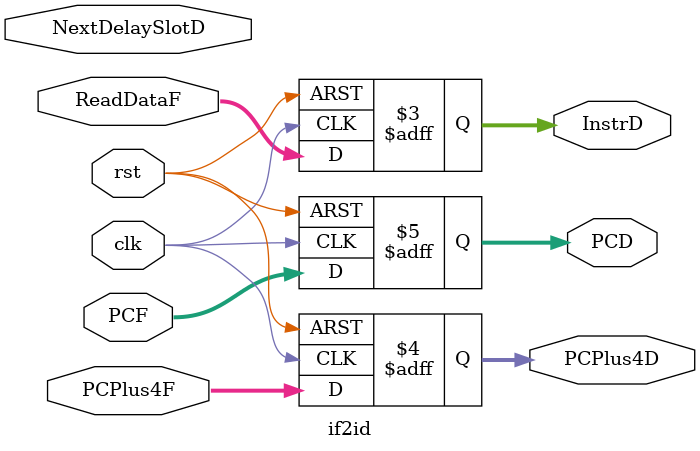
<source format=v>
`timescale 1ns / 1ps


module if2id(
    input               clk,
    input               rst,

    
    input  [31:0]       ReadDataF,             //
    input  [31:0]       PCPlus4F,              //PCPlus4F = PCF + 4;ÏÂÒ»ÌõÖ¸ÁîµØÖ·
    input               NextDelaySlotD,       //JumpD || BranchD
    input  [31:0]       PCF,                  //µ±Ç°Ö¸ÁîµØÖ·
    //input  [31:0]       ExceptionTypeF,       //Òì³£ÀàÐÍ
    
    output reg [31:0]   InstrD,
    output reg [31:0]   PCPlus4D,
    output reg [31:0]   PCD
    //output reg [31:0]   ExceptionTypeD
    );
    
    always @(posedge clk or negedge rst) begin
        if (!rst) begin
            InstrD          <= 32'b0;
            PCPlus4D        <= 32'b0;
            PCD             <= 32'b0;
        end
        else  begin
            InstrD          <= ReadDataF;
            PCPlus4D        <= PCPlus4F;
            PCD             <= PCF;
        end
    end 

endmodule

</source>
